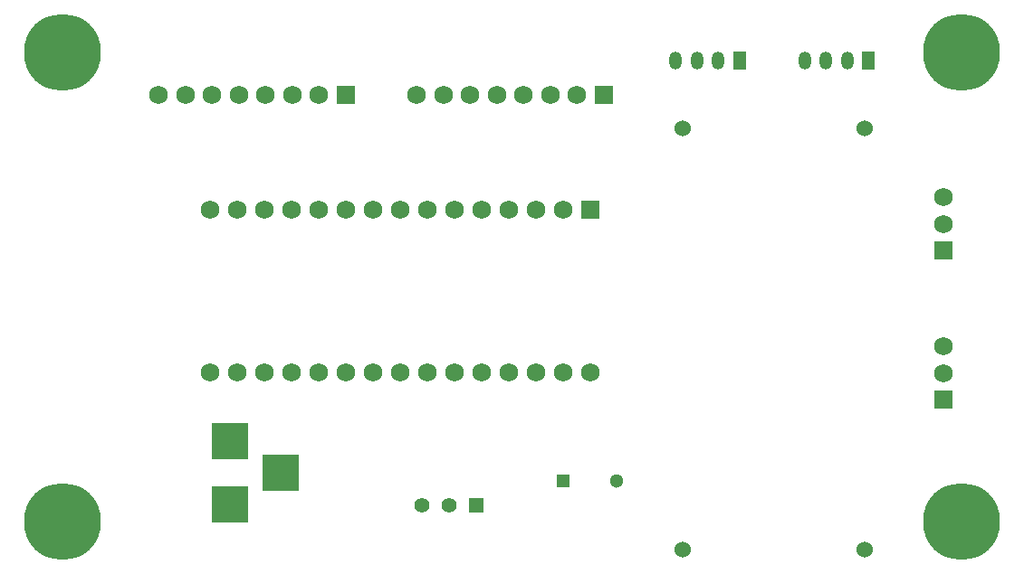
<source format=gbr>
G04 #@! TF.FileFunction,Soldermask,Bot*
%FSLAX46Y46*%
G04 Gerber Fmt 4.6, Leading zero omitted, Abs format (unit mm)*
G04 Created by KiCad (PCBNEW 4.0.3+e1-6302~38~ubuntu15.04.1-stable) date Mon Sep 12 00:10:41 2016*
%MOMM*%
%LPD*%
G01*
G04 APERTURE LIST*
%ADD10C,0.100000*%
%ADD11R,1.300000X1.300000*%
%ADD12C,1.300000*%
%ADD13R,1.750000X1.750000*%
%ADD14C,1.750000*%
%ADD15R,1.200000X1.700000*%
%ADD16O,1.200000X1.700000*%
%ADD17C,7.200000*%
%ADD18R,1.727200X1.727200*%
%ADD19C,1.727200*%
%ADD20C,1.524000*%
%ADD21R,3.500120X3.500120*%
%ADD22R,1.397000X1.397000*%
%ADD23C,1.397000*%
G04 APERTURE END LIST*
D10*
D11*
X104775000Y-83185000D03*
D12*
X109775000Y-83185000D03*
D13*
X108585000Y-46990000D03*
D14*
X106085000Y-46990000D03*
X103585000Y-46990000D03*
X101085000Y-46990000D03*
X98585000Y-46990000D03*
X96085000Y-46990000D03*
X93585000Y-46990000D03*
X91085000Y-46990000D03*
D13*
X84455000Y-46990000D03*
D14*
X81955000Y-46990000D03*
X79455000Y-46990000D03*
X76955000Y-46990000D03*
X74455000Y-46990000D03*
X71955000Y-46990000D03*
X69455000Y-46990000D03*
X66955000Y-46990000D03*
D15*
X121285000Y-43815000D03*
D16*
X119285000Y-43815000D03*
X117285000Y-43815000D03*
X115285000Y-43815000D03*
D15*
X133350000Y-43815000D03*
D16*
X131350000Y-43815000D03*
X129350000Y-43815000D03*
X127350000Y-43815000D03*
D13*
X140335000Y-61595000D03*
D14*
X140335000Y-59095000D03*
X140335000Y-56595000D03*
D13*
X140335000Y-75565000D03*
D14*
X140335000Y-73065000D03*
X140335000Y-70565000D03*
D17*
X58000000Y-43000000D03*
X142000000Y-43000000D03*
X58000000Y-87000000D03*
X142000000Y-87000000D03*
D18*
X107315000Y-57785000D03*
D19*
X104775000Y-57785000D03*
X102235000Y-57785000D03*
X99695000Y-57785000D03*
X97155000Y-57785000D03*
X94615000Y-57785000D03*
X92075000Y-57785000D03*
X89535000Y-57785000D03*
X86995000Y-57785000D03*
X84455000Y-57785000D03*
X81915000Y-57785000D03*
X79375000Y-57785000D03*
X76835000Y-57785000D03*
X74295000Y-57785000D03*
X71755000Y-57785000D03*
X71755000Y-73025000D03*
X74295000Y-73025000D03*
X76835000Y-73025000D03*
X79375000Y-73025000D03*
X81915000Y-73025000D03*
X84455000Y-73025000D03*
X86995000Y-73025000D03*
X89535000Y-73025000D03*
X92075000Y-73025000D03*
X94615000Y-73025000D03*
X97155000Y-73025000D03*
X99695000Y-73025000D03*
X102235000Y-73025000D03*
X104775000Y-73025000D03*
X107315000Y-73025000D03*
D20*
X132960000Y-50100000D03*
X115960000Y-50100000D03*
X132960000Y-89600000D03*
X115960000Y-89600000D03*
D21*
X73660000Y-79397860D03*
X73660000Y-85397340D03*
X78359000Y-82397600D03*
D22*
X96647000Y-85471000D03*
D23*
X94107000Y-85471000D03*
X91567000Y-85471000D03*
M02*

</source>
